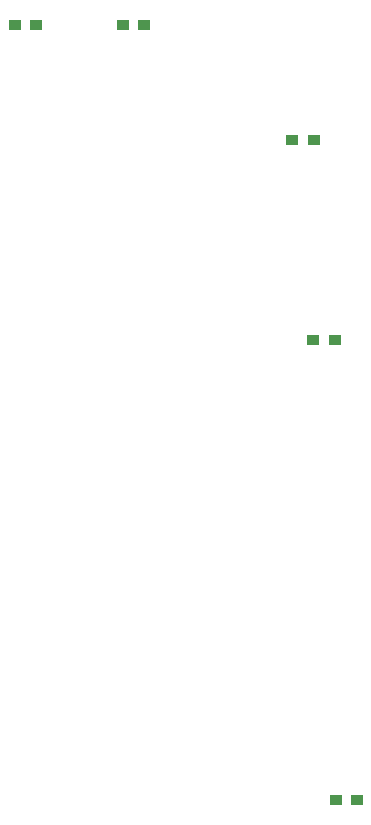
<source format=gbr>
%TF.GenerationSoftware,Altium Limited,Altium Designer,25.2.1 (25)*%
G04 Layer_Color=8421504*
%FSLAX45Y45*%
%MOMM*%
%TF.SameCoordinates,6585156F-8495-42E5-8F81-0BAA5ABAD194*%
%TF.FilePolarity,Positive*%
%TF.FileFunction,Paste,Top*%
%TF.Part,Single*%
G01*
G75*
%TA.AperFunction,SMDPad,CuDef*%
%ADD10R,1.00000X0.90000*%
D10*
X11658600Y3429000D02*
D03*
X11478601D02*
D03*
X11289201Y7327900D02*
D03*
X11469200D02*
D03*
X8941900Y9994900D02*
D03*
X8761901D02*
D03*
X9675201D02*
D03*
X9855200D02*
D03*
X11111400Y9017000D02*
D03*
X11291399D02*
D03*
%TF.MD5,9ef81e3c37912f9390334a92610d6346*%
M02*

</source>
